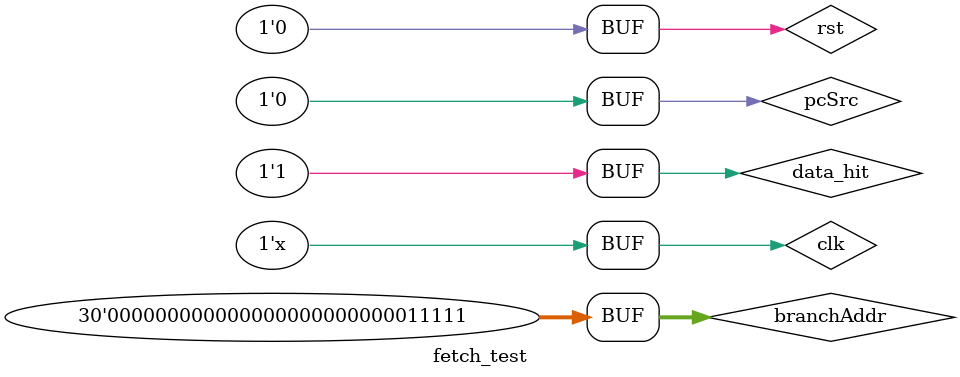
<source format=v>
`timescale 1ns / 1ps


module fetch_test;

	// Inputs
	reg clk;
	reg pcSrc;
	reg [29:0] branchAddr;
	reg rst;
	reg data_hit;

	// Outputs
	wire [31:0] ins;
	wire [29:0] adderOutput;
	wire hit;

	// Instantiate the Unit Under Test (UUT)
	InstructionFetch uut (
		.clk(clk), 
		.pcSrc(pcSrc), 
		.branchAddr(branchAddr), 
		.rst(rst), 
		.data_hit(data_hit), 
		.ins(ins), 
		.adderOutput(adderOutput), 
		.hit(hit)
	);

	initial begin
		// Initialize Inputs
		clk = 0;
		pcSrc = 0;
		branchAddr = 0;
		rst = 0;
		data_hit = 1;

		// Wait 100 ns for global reset to finish
		#100;
		pcSrc = 0;
		branchAddr = 31;
		rst = 0;

		// Wait 100 ns for global reset to finish
		#100;
        
		// Add stimulus here

	end
	always
	begin
		#50
		clk = ~clk;
	end      
endmodule


</source>
